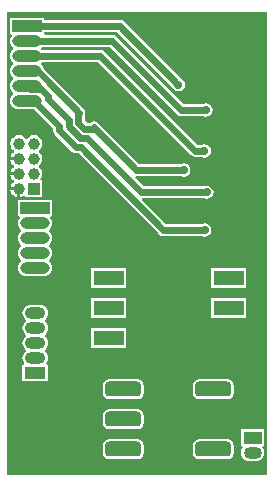
<source format=gtl>
%FSTAX23Y23*%
%MOIN*%
%SFA1B1*%

%IPPOS*%
%AMD14*
4,1,8,-0.047500,-0.025000,0.047500,-0.025000,0.060000,-0.012500,0.060000,0.012500,0.047500,0.025000,-0.047500,0.025000,-0.060000,0.012500,-0.060000,-0.012500,-0.047500,-0.025000,0.0*
1,1,0.025000,-0.047500,-0.012500*
1,1,0.025000,0.047500,-0.012500*
1,1,0.025000,0.047500,0.012500*
1,1,0.025000,-0.047500,0.012500*
%
%ADD10C,0.023620*%
%ADD11R,0.098430X0.039370*%
%ADD12O,0.098430X0.039370*%
%ADD13R,0.100000X0.050000*%
G04~CAMADD=14~8~0.0~0.0~1200.0~500.0~125.0~0.0~15~0.0~0.0~0.0~0.0~0~0.0~0.0~0.0~0.0~0~0.0~0.0~0.0~180.0~1200.0~500.0*
%ADD14D14*%
%ADD15R,0.060000X0.039370*%
%ADD16O,0.060000X0.040000*%
%ADD17O,0.098430X0.039370*%
%ADD18R,0.098430X0.039370*%
%ADD19O,0.068900X0.039370*%
%ADD20R,0.068900X0.039370*%
%ADD21R,0.039370X0.039370*%
%ADD22C,0.039370*%
%ADD23C,0.027560*%
%ADD24C,0.050000*%
%LNdaughterboard-1*%
%LPD*%
G36*
X02498Y00893D02*
X02494Y00889D01*
X01629*
Y00889*
Y02435*
X02498*
Y00893*
G37*
%LNdaughterboard-2*%
%LPC*%
G36*
X02066Y01209D02*
X01971D01*
X01963Y01208*
X01956Y01203*
X01951Y01196*
X0195Y01188*
Y01163*
X01951Y01155*
X01956Y01149*
X01963Y01144*
X01971Y01143*
X02066*
X02073Y01144*
X0208Y01149*
X02085Y01155*
X02086Y01163*
Y01188*
X02085Y01196*
X0208Y01203*
X02073Y01208*
X02066Y01209*
G37*
G36*
X02366D02*
X02271D01*
X02263Y01208*
X02256Y01203*
X02251Y01196*
X0225Y01188*
Y01163*
X02251Y01155*
X02256Y01149*
X02263Y01144*
X02271Y01143*
X02366*
X02373Y01144*
X0238Y01149*
X02385Y01155*
X02386Y01163*
Y01188*
X02385Y01196*
X0238Y01203*
X02373Y01208*
X02366Y01209*
G37*
G36*
X01739Y01458D02*
X0171D01*
X01702Y01457*
X01696Y01454*
X0169Y01449*
X01686Y01444*
X01683Y01437*
X01682Y0143*
X01683Y01423*
X01686Y01416*
X0169Y0141*
X01693Y01408*
Y01402*
X0169Y01399*
X01686Y01394*
X01683Y01387*
X01682Y0138*
X01683Y01373*
X01686Y01366*
X0169Y0136*
X01693Y01358*
Y01352*
X0169Y01349*
X01686Y01344*
X01683Y01337*
X01682Y0133*
X01683Y01323*
X01686Y01316*
X0169Y0131*
X01693Y01308*
Y01302*
X0169Y01299*
X01686Y01294*
X01683Y01287*
X01682Y0128*
X01683Y01273*
X01686Y01266*
X01688Y01262*
X01686Y01257*
X01682*
Y01202*
X01767*
Y01257*
X01763*
X01761Y01262*
X01763Y01266*
X01766Y01273*
X01767Y0128*
X01766Y01287*
X01763Y01294*
X01759Y01299*
X01756Y01302*
Y01308*
X01759Y0131*
X01763Y01316*
X01766Y01323*
X01767Y0133*
X01766Y01337*
X01763Y01344*
X01759Y01349*
X01756Y01352*
Y01358*
X01759Y0136*
X01763Y01366*
X01766Y01373*
X01767Y0138*
X01766Y01387*
X01763Y01394*
X01759Y01399*
X01756Y01402*
Y01408*
X01759Y0141*
X01763Y01416*
X01766Y01423*
X01767Y0143*
X01766Y01437*
X01763Y01444*
X01759Y01449*
X01753Y01454*
X01746Y01457*
X01739Y01458*
G37*
G36*
X02066Y01109D02*
X01971D01*
X01963Y01108*
X01956Y01103*
X01951Y01096*
X0195Y01088*
Y01063*
X01951Y01055*
X01956Y01049*
X01963Y01044*
X01971Y01043*
X02066*
X02073Y01044*
X0208Y01049*
X02085Y01055*
X02086Y01063*
Y01088*
X02085Y01096*
X0208Y01103*
X02073Y01108*
X02066Y01109*
G37*
G36*
X02487Y01042D02*
X02412D01*
Y00987*
X02415*
X02418Y00982*
X02415Y00979*
X02412Y00972*
X02411Y00965*
X02412Y00957*
X02415Y00951*
X0242Y00945*
X02425Y0094*
X02432Y00938*
X02439Y00937*
X02459*
X02467Y00938*
X02473Y0094*
X02479Y00945*
X02484Y00951*
X02487Y00957*
X02488Y00965*
X02487Y00972*
X02484Y00979*
X02481Y00982*
X02484Y00987*
X02487*
Y01042*
G37*
G36*
X02066Y01009D02*
X01971D01*
X01963Y01008*
X01956Y01003*
X01951Y00996*
X0195Y00988*
Y00963*
X01951Y00955*
X01956Y00949*
X01963Y00944*
X01971Y00943*
X02066*
X02073Y00944*
X0208Y00949*
X02085Y00955*
X02086Y00963*
Y00988*
X02085Y00996*
X0208Y01003*
X02073Y01008*
X02066Y01009*
G37*
G36*
X02366D02*
X02271D01*
X02263Y01008*
X02256Y01003*
X02251Y00996*
X0225Y00988*
Y00963*
X02251Y00955*
X02256Y00949*
X02263Y00944*
X02271Y00943*
X02366*
X02373Y00944*
X0238Y00949*
X02385Y00955*
X02386Y00963*
Y00988*
X02385Y00996*
X0238Y01003*
X02373Y01008*
X02366Y01009*
G37*
G36*
X02027Y01379D02*
X01911D01*
Y01313*
X02027*
Y01379*
G37*
G36*
X01664Y01839D02*
X01642D01*
X01643Y01838*
X01645Y01831*
X0165Y01825*
X01656Y01821*
X01662Y01818*
X01664Y01818*
Y01839*
G37*
G36*
X01782Y01807D02*
X01667D01*
Y01752*
X01671*
X01674Y01747*
X01671Y01744*
X01668Y01737*
X01667Y0173*
X01668Y01723*
X01671Y01716*
X01675Y0171*
X01678Y01708*
Y01702*
X01675Y01699*
X01671Y01694*
X01668Y01687*
X01667Y0168*
X01668Y01673*
X01671Y01666*
X01675Y0166*
X01678Y01658*
Y01652*
X01675Y01649*
X01671Y01644*
X01668Y01637*
X01667Y0163*
X01668Y01623*
X01671Y01616*
X01675Y0161*
X01678Y01608*
Y01602*
X01675Y01599*
X01671Y01594*
X01668Y01587*
X01667Y0158*
X01668Y01573*
X01671Y01566*
X01675Y0156*
X01681Y01556*
X01688Y01553*
X01695Y01552*
X01754*
X01761Y01553*
X01768Y01556*
X01774Y0156*
X01778Y01566*
X01781Y01573*
X01782Y0158*
X01781Y01587*
X01778Y01594*
X01774Y01599*
X01771Y01602*
Y01608*
X01774Y0161*
X01778Y01616*
X01781Y01623*
X01782Y0163*
X01781Y01637*
X01778Y01644*
X01774Y01649*
X01771Y01652*
Y01658*
X01774Y0166*
X01778Y01666*
X01781Y01673*
X01782Y0168*
X01781Y01687*
X01778Y01694*
X01774Y01699*
X01771Y01702*
Y01708*
X01774Y0171*
X01778Y01716*
X01781Y01723*
X01782Y0173*
X01781Y01737*
X01778Y01744*
X01775Y01747*
X01778Y01752*
X01782*
Y01807*
G37*
G36*
X01755Y02415D02*
X01641D01*
Y0236*
X01644*
X01647Y02355*
X01644Y02351*
X01641Y02345*
X0164Y02337*
X01641Y0233*
X01644Y02324*
X01648Y02318*
X01651Y02316*
Y02309*
X01648Y02307*
X01644Y02301*
X01641Y02295*
X0164Y02287*
X01641Y0228*
X01644Y02274*
X01648Y02268*
X01651Y02266*
Y02259*
X01648Y02257*
X01644Y02251*
X01641Y02245*
X0164Y02237*
X01641Y0223*
X01644Y02224*
X01648Y02218*
X01651Y02216*
Y02209*
X01648Y02207*
X01644Y02201*
X01641Y02195*
X0164Y02187*
X01641Y0218*
X01644Y02174*
X01648Y02168*
X01651Y02166*
Y02159*
X01648Y02157*
X01644Y02151*
X01641Y02145*
X0164Y02137*
X01641Y0213*
X01644Y02124*
X01648Y02118*
X01654Y02113*
X01661Y02111*
X01668Y0211*
X01721*
X01785Y02045*
Y02039*
X01787Y02031*
X01791Y02024*
X01848Y01968*
X01854Y01964*
X01862Y01962*
X01869*
X02138Y01693*
X02145Y01688*
X02152Y01687*
X0228*
X0228Y01686*
X02289Y01685*
X02297Y01686*
X02304Y01691*
X02309Y01698*
X02311Y01707*
X02309Y01715*
X02304Y01722*
X02297Y01727*
X02289Y01729*
X0228Y01727*
X0228Y01727*
X02161*
X0208Y01808*
X02082Y01813*
X02288*
X02288Y01812*
X02297Y01811*
X02305Y01812*
X02312Y01817*
X02317Y01824*
X02319Y01833*
X02317Y01841*
X02312Y01848*
X02305Y01853*
X02297Y01855*
X02288Y01853*
X02288Y01853*
X02086*
X02057Y01883*
X02059Y01887*
X02061Y01887*
X02211*
X02212Y01886*
X0222Y01885*
X02229Y01886*
X02236Y01891*
X02241Y01898*
X02242Y01907*
X02241Y01915*
X02236Y01922*
X02229Y01927*
X0222Y01929*
X02212Y01927*
X02211Y01927*
X0207*
X01934Y02063*
X01927Y02067*
X01919Y02069*
X01912Y02067*
X01909Y02065*
X01896*
X01889Y02073*
Y02085*
X01891Y02088*
X01892Y02096*
X01891Y02104*
X01886Y0211*
X01785Y02211*
X01785Y02211*
X01781Y02218*
X01754Y02245*
X01751Y02251*
X01747Y02257*
X01745Y02259*
X01744Y02264*
X01748Y02267*
X01933*
X02244Y01956*
X0225Y01952*
X02258Y0195*
X02279*
X0228Y0195*
X02288Y01948*
X02297Y0195*
X02304Y01955*
X02309Y01962*
X0231Y0197*
X02309Y01979*
X02304Y01986*
X02297Y01991*
X02288Y01993*
X0228Y01991*
X02279Y01991*
X02266*
X01955Y02302*
X01949Y02306*
X01941Y02308*
X01746*
X01745Y02309*
X01744Y02314*
X01748Y02317*
X01973*
X02197Y02093*
X02204Y02088*
X02212Y02087*
X02285*
X02285Y02087*
X02294Y02085*
X02302Y02087*
X02309Y02091*
X02314Y02098*
X02316Y02107*
X02314Y02115*
X02309Y02123*
X02302Y02127*
X02294Y02129*
X02285Y02127*
X02285Y02127*
X0222*
X01995Y02352*
X01989Y02356*
X01981Y02358*
X01759*
X01755Y0236*
Y02367*
X01998*
X02182Y02183*
X02182Y02183*
X02187Y02176*
X02194Y02171*
X02202Y02169*
X02211Y02171*
X02218Y02176*
X02223Y02183*
X02225Y02191*
X02223Y022*
X02218Y02207*
X02211Y02212*
X0221Y02212*
X0202Y02402*
X02014Y02406*
X02006Y02408*
X01755*
Y02415*
G37*
G36*
X01719Y02023D02*
X01712Y02022D01*
X01706Y02019*
X017Y02014*
X01698Y02011*
X01691*
X01689Y02014*
X01683Y02019*
X01677Y02022*
X01669Y02023*
X01662Y02022*
X01656Y02019*
X0165Y02014*
X01645Y02009*
X01643Y02002*
X01642Y01995*
X01643Y01988*
X01645Y01981*
X0165Y01975*
X01653Y01973*
Y01967*
X0165Y01964*
X01645Y01959*
X01643Y01952*
X01642Y01951*
X01669*
Y01939*
X01642*
X01643Y01938*
X01645Y01931*
X0165Y01925*
X01653Y01923*
Y01917*
X0165Y01914*
X01645Y01909*
X01643Y01902*
X01642Y01901*
X01669*
Y01889*
X01642*
X01643Y01888*
X01645Y01881*
X0165Y01875*
X01653Y01873*
Y01867*
X0165Y01864*
X01645Y01859*
X01643Y01852*
X01642Y01851*
X01669*
Y01845*
X01675*
Y01818*
X01677Y01818*
X01683Y01821*
X01687Y01823*
X01692Y01821*
Y01817*
X01747*
Y01872*
X01743*
X01741Y01877*
X01743Y01881*
X01746Y01888*
X01747Y01895*
X01746Y01902*
X01743Y01909*
X01739Y01914*
X01736Y01917*
Y01923*
X01739Y01925*
X01743Y01931*
X01746Y01938*
X01747Y01945*
X01746Y01952*
X01743Y01959*
X01739Y01964*
X01736Y01967*
Y01973*
X01739Y01975*
X01743Y01981*
X01746Y01988*
X01747Y01995*
X01746Y02002*
X01743Y02009*
X01739Y02014*
X01733Y02019*
X01727Y02022*
X01719Y02023*
G37*
G36*
X02427Y01479D02*
X02311D01*
Y01413*
X02427*
Y01479*
G37*
G36*
X02027D02*
X01911D01*
Y01413*
X02027*
Y01479*
G37*
G36*
X02427Y01579D02*
X02311D01*
Y01513*
X02427*
Y01579*
G37*
G36*
X02027D02*
X01911D01*
Y01513*
X02027*
Y01579*
G37*
%LNdaughterboard-3*%
%LPD*%
G54D10*
X01868Y02092D02*
X01872Y02096D01*
X01877Y01982D02*
X02152Y01707D01*
X01862Y01982D02*
X01877D01*
X01805Y02039D02*
X01862Y01982D01*
X01805Y02039D02*
Y02054D01*
X01722Y02137D02*
X01805Y02054D01*
X01897Y02014D02*
X02078Y01833D01*
X01875Y02014D02*
X01897D01*
X01837Y02052D02*
X01875Y02014D01*
X01837Y02052D02*
Y02074D01*
X01766Y02144D02*
X01837Y02074D01*
X01919Y02049D02*
X02061Y01907D01*
X01919Y02049D02*
D01*
X01916Y02045D02*
X01919Y02049D01*
X01888Y02045D02*
X01916D01*
X01868Y02065D02*
X01888Y02045D01*
X01868Y02065D02*
Y02092D01*
X01766Y02202D02*
X01872Y02096D01*
X01698Y02237D02*
X01733D01*
X01766Y02204*
Y02202D02*
Y02204D01*
X02061Y01907D02*
X0222D01*
X02152Y01707D02*
X02289D01*
X01698Y02137D02*
X01722D01*
X02078Y01833D02*
X02297D01*
X01766Y02144D02*
Y02154D01*
X01743Y02177D02*
X01766Y02154D01*
X01708Y02177D02*
X01743D01*
X01698Y02187D02*
X01708Y02177D01*
X02258Y0197D02*
X02288D01*
X01941Y02287D02*
X02258Y0197D01*
X01698Y02287D02*
X01941D01*
X02212Y02107D02*
X02294D01*
X01981Y02337D02*
X02212Y02107D01*
X01698Y02337D02*
X01981D01*
X02006Y02387D02*
X02202Y02191D01*
X01698Y02387D02*
X02006D01*
G54D11*
X01698Y02387D03*
G54D12*
X01698Y02337D03*
Y02287D03*
Y02187D03*
Y02237D03*
Y02137D03*
G54D13*
X02369Y01546D03*
Y01446D03*
Y01346D03*
X01969Y01546D03*
Y01446D03*
Y01346D03*
G54D14*
X02318Y01176D03*
Y01076D03*
Y00976D03*
X02018D03*
Y01076D03*
Y01176D03*
G54D15*
X02449Y01015D03*
G54D16*
X02449Y00965D03*
G54D17*
X01724Y0153D03*
Y0163D03*
Y0158D03*
Y0168D03*
Y0173D03*
Y0148D03*
G54D18*
X01724Y0178D03*
G54D19*
X01724Y0138D03*
Y0143D03*
Y0133D03*
Y0128D03*
G54D20*
X01724Y0123D03*
G54D21*
X01719Y01845D03*
G54D22*
X01669Y01845D03*
X01719Y01895D03*
X01669D03*
X01719Y01945D03*
X01669D03*
X01719Y01995D03*
X01669D03*
G54D23*
X0194Y02079D03*
X01811Y02237D03*
X02297Y01833D03*
X0222Y01907D03*
X02289Y01707D03*
X02288Y0197D03*
X02294Y02107D03*
X02202Y02191D03*
X01889Y01791D03*
G54D24*
X01865Y01919D03*
M02*
</source>
